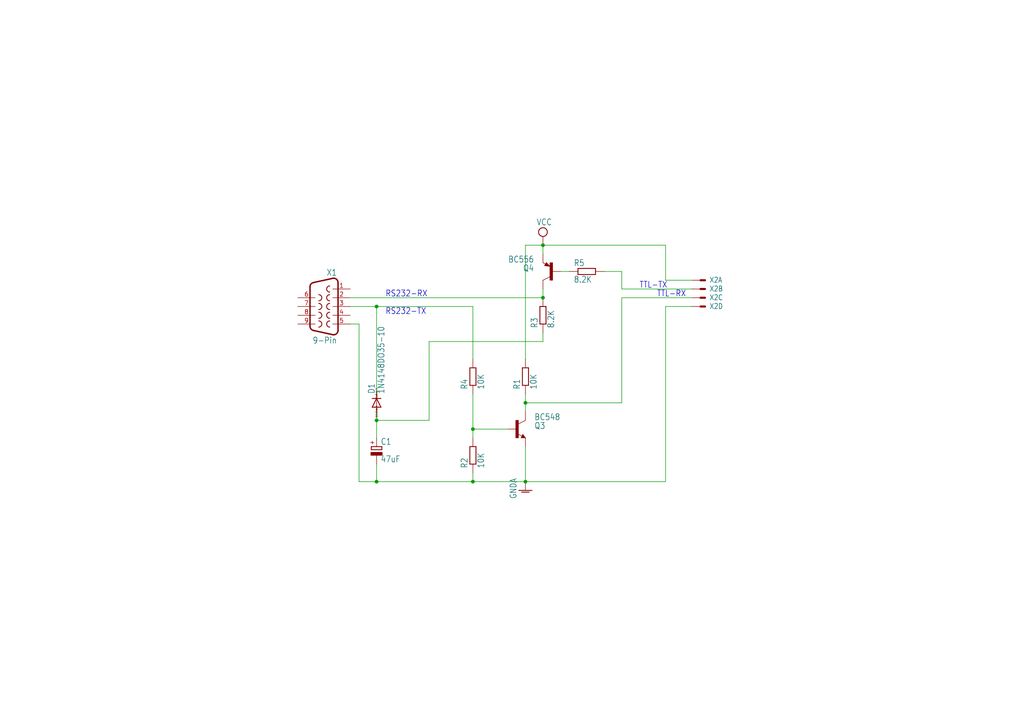
<source format=kicad_sch>
(kicad_sch (version 20231120) (generator "eeschema") (generator_version "8.0")
  (paper "A4")
  (lib_symbols
    (symbol "ttl2rs232-eagle-import:1N4148DO35-10"
      (property "Reference" "D" (at 2.54 0.4826 0))
      (property "Value" "1N4148DO35-10" (at 2.54 -2.3114 0))
      (symbol "1N4148DO35-10_1_0"
        (polyline (pts (xy -1.27 -1.27) (xy 1.27 0)) (stroke (width 0.254)))
        (polyline (pts (xy -1.27 1.27) (xy -1.27 -1.27)) (stroke (width 0.254)))
        (polyline (pts (xy 1.27 0) (xy -1.27 1.27)) (stroke (width 0.254)))
        (polyline (pts (xy 1.27 0) (xy 1.27 -1.27)) (stroke (width 0.254)))
        (polyline (pts (xy 1.27 1.27) (xy 1.27 0)) (stroke (width 0.254)))
        (text "SpiceOrder 1" (at -2.54 0 0) (effects (font (size 0.4064 0.3454))))
        (text "SpiceOrder 2" (at 2.54 0 0) (effects (font (size 0.4064 0.3454))))
        (pin passive line (at -2.54 0 0) (length 2.54) (name "A") (number "A"))
        (pin passive line (at 2.54 0 180) (length 2.54) (name "C") (number "C"))
      )
    )
    (symbol "ttl2rs232-eagle-import:22-23-2041"
      (property "Reference" "X" (at 2.54 -0.762 0))
      (symbol "22-23-2041_1_0"
        (polyline (pts (xy 1.27 0) (xy 0 0)) (stroke (width 0.6096)))
        (pin passive line (at -2.54 0 0) (length 2.54) (name "S") (number "1"))
      )
      (symbol "22-23-2041_2_0"
        (polyline (pts (xy 1.27 0) (xy 0 0)) (stroke (width 0.6096)))
        (pin passive line (at -2.54 0 0) (length 2.54) (name "S") (number "2"))
      )
      (symbol "22-23-2041_3_0"
        (polyline (pts (xy 1.27 0) (xy 0 0)) (stroke (width 0.6096)))
        (pin passive line (at -2.54 0 0) (length 2.54) (name "S") (number "3"))
      )
      (symbol "22-23-2041_4_0"
        (polyline (pts (xy 1.27 0) (xy 0 0)) (stroke (width 0.6096)))
        (pin passive line (at -2.54 0 0) (length 2.54) (name "S") (number "4"))
      )
    )
    (symbol "ttl2rs232-eagle-import:BC548"
      (property "Reference" "Q" (at -10.16 7.62 0))
      (property "Value" "BC548" (at -10.16 5.08 0))
      (symbol "BC548_1_0"
        (rectangle (start -0.254 -2.54) (end 0.508 2.54) (fill (type outline)))
        (polyline (pts (xy 1.27 -2.54) (xy 1.778 -1.524)) (stroke (width 0.1524)))
        (polyline (pts (xy 1.524 -2.413) (xy 2.286 -2.413)) (stroke (width 0.254)))
        (polyline (pts (xy 1.524 -2.286) (xy 1.905 -2.286)) (stroke (width 0.254)))
        (polyline (pts (xy 1.54 -2.04) (xy 0.308 -1.424)) (stroke (width 0.1524)))
        (polyline (pts (xy 1.778 -1.778) (xy 1.524 -2.286)) (stroke (width 0.254)))
        (polyline (pts (xy 1.778 -1.524) (xy 2.54 -2.54)) (stroke (width 0.1524)))
        (polyline (pts (xy 1.905 -2.286) (xy 1.778 -2.032)) (stroke (width 0.254)))
        (polyline (pts (xy 2.286 -2.413) (xy 1.778 -1.778)) (stroke (width 0.254)))
        (polyline (pts (xy 2.54 -2.54) (xy 1.27 -2.54)) (stroke (width 0.1524)))
        (polyline (pts (xy 2.54 2.54) (xy 0.508 1.524)) (stroke (width 0.1524)))
        (pin passive line (at -2.54 0 0) (length 2.54) (name "B") (number "B"))
        (pin passive line (at 2.54 5.08 270) (length 2.54) (name "C") (number "C"))
        (pin passive line (at 2.54 -5.08 90) (length 2.54) (name "E") (number "E"))
      )
    )
    (symbol "ttl2rs232-eagle-import:BC556"
      (property "Reference" "Q" (at -10.16 7.62 0))
      (property "Value" "BC556" (at -10.16 5.08 0))
      (symbol "BC556_1_0"
        (rectangle (start -0.254 -2.54) (end 0.508 2.54) (fill (type outline)))
        (polyline (pts (xy 0.516 1.478) (xy 2.086 1.678)) (stroke (width 0.1524)))
        (polyline (pts (xy 0.762 1.651) (xy 1.778 1.778)) (stroke (width 0.254)))
        (polyline (pts (xy 1.143 1.905) (xy 1.524 1.905)) (stroke (width 0.254)))
        (polyline (pts (xy 1.524 2.159) (xy 1.143 1.905)) (stroke (width 0.254)))
        (polyline (pts (xy 1.524 2.413) (xy 0.762 1.651)) (stroke (width 0.254)))
        (polyline (pts (xy 1.578 2.594) (xy 0.516 1.478)) (stroke (width 0.1524)))
        (polyline (pts (xy 1.778 1.778) (xy 1.524 2.159)) (stroke (width 0.254)))
        (polyline (pts (xy 1.905 1.778) (xy 1.524 2.413)) (stroke (width 0.254)))
        (polyline (pts (xy 2.086 1.678) (xy 1.578 2.594)) (stroke (width 0.1524)))
        (polyline (pts (xy 2.54 -2.54) (xy 0.508 -1.524)) (stroke (width 0.1524)))
        (polyline (pts (xy 2.54 2.54) (xy 1.808 2.124)) (stroke (width 0.1524)))
        (pin passive line (at -2.54 0 0) (length 2.54) (name "B") (number "B"))
        (pin passive line (at 2.54 -5.08 90) (length 2.54) (name "C") (number "C"))
        (pin passive line (at 2.54 5.08 270) (length 2.54) (name "E") (number "E"))
      )
    )
    (symbol "ttl2rs232-eagle-import:CPOL-EUE2.5-7"
      (property "Reference" "C" (at 1.143 0.4826 0))
      (property "Value" "CPOL-EUE2.5-7" (at 1.143 -4.5974 0))
      (symbol "CPOL-EUE2.5-7_1_0"
        (rectangle (start -1.651 -2.54) (end 1.651 -1.651) (fill (type outline)))
        (polyline (pts (xy -1.524 -0.889) (xy 1.524 -0.889)) (stroke (width 0.254)))
        (polyline (pts (xy -1.524 0) (xy -1.524 -0.889)) (stroke (width 0.254)))
        (polyline (pts (xy -1.524 0) (xy 1.524 0)) (stroke (width 0.254)))
        (polyline (pts (xy 1.524 -0.889) (xy 1.524 0)) (stroke (width 0.254)))
        (text "+" (at -0.5842 0.4064 900) (effects (font (size 1.27 1.0795)) (justify left bottom)))
        (pin passive line (at 0 2.54 270) (length 2.54) (name "+") (number "+"))
        (pin passive line (at 0 -5.08 90) (length 2.54) (name "-") (number "-"))
      )
    )
    (symbol "ttl2rs232-eagle-import:F09H"
      (property "Reference" "X" (at -3.81 8.89 0))
      (property "Value" "F09H" (at -3.81 -10.795 0))
      (symbol "F09H_1_0"
        (arc (start -4.064 -6.9312) (mid -3.5903 -7.9205) (end -2.5226 -8.1719) (stroke (width 0.4064)))
        (arc (start -2.5226 8.172) (mid -3.5903 7.9205) (end -4.064 6.9312) (stroke (width 0.4064)))
        (arc (start -1.651 -5.969) (mid -0.7658 -5.08) (end -1.651 -4.191) (stroke (width 0.254)))
        (arc (start -1.651 -3.429) (mid -0.7658 -2.54) (end -1.651 -1.651) (stroke (width 0.254)))
        (arc (start -1.651 -0.889) (mid -0.7658 0) (end -1.651 0.889) (stroke (width 0.254)))
        (arc (start -1.651 1.651) (mid -0.7658 2.54) (end -1.651 3.429) (stroke (width 0.254)))
        (arc (start -1.651 4.191) (mid -0.7658 5.08) (end -1.651 5.969) (stroke (width 0.254)))
        (polyline (pts (xy -4.064 -6.9312) (xy -4.064 6.9312)) (stroke (width 0.4064)))
        (polyline (pts (xy -2.5226 -8.1718) (xy 3.0654 -6.9494)) (stroke (width 0.4064)))
        (polyline (pts (xy -2.5226 8.1718) (xy 3.0654 6.9494)) (stroke (width 0.4064)))
        (polyline (pts (xy 4.064 -5.7088) (xy 4.064 5.7088)) (stroke (width 0.4064)))
        (arc (start 1.524 -4.191) (mid 0.6388 -5.08) (end 1.524 -5.969) (stroke (width 0.254)))
        (arc (start 1.524 -1.651) (mid 0.6388 -2.54) (end 1.524 -3.429) (stroke (width 0.254)))
        (arc (start 1.524 0.889) (mid 0.6388 0) (end 1.524 -0.889) (stroke (width 0.254)))
        (arc (start 1.524 3.429) (mid 0.6388 2.54) (end 1.524 1.651) (stroke (width 0.254)))
        (arc (start 3.0654 -6.9494) (mid 3.7833 -6.5051) (end 4.064 -5.7088) (stroke (width 0.4064)))
        (arc (start 4.0642 5.7088) (mid 3.7836 6.5053) (end 3.0654 6.9495) (stroke (width 0.4064)))
        (pin passive line (at -7.62 5.08 0) (length 5.08) (name "1") (number "1"))
        (pin passive line (at -7.62 2.54 0) (length 5.08) (name "2") (number "2"))
        (pin passive line (at -7.62 0 0) (length 5.08) (name "3") (number "3"))
        (pin passive line (at -7.62 -2.54 0) (length 5.08) (name "4") (number "4"))
        (pin passive line (at -7.62 -5.08 0) (length 5.08) (name "5") (number "5"))
        (pin passive line (at 7.62 2.54 180) (length 5.08) (name "6") (number "6"))
        (pin passive line (at 7.62 0 180) (length 5.08) (name "7") (number "7"))
        (pin passive line (at 7.62 -2.54 180) (length 5.08) (name "8") (number "8"))
        (pin passive line (at 7.62 -5.08 180) (length 5.08) (name "9") (number "9"))
      )
    )
    (symbol "ttl2rs232-eagle-import:GNDA" (power)
      (property "Value" "GNDA" (at -2.54 -2.54 90))
      (symbol "GNDA_1_0"
        (polyline (pts (xy -1.905 0) (xy 1.905 0)) (stroke (width 0.254)))
        (polyline (pts (xy -1.0922 -0.508) (xy 1.0922 -0.508)) (stroke (width 0.254)))
        (pin power_in line (at 0 2.54 270) (length 2.54) (name "GNDA") (number "1"))
      )
    )
    (symbol "ttl2rs232-eagle-import:R-EU_0207/10"
      (property "Reference" "R" (at -3.81 1.4986 0))
      (property "Value" "R-EU_0207{slash}10" (at -3.81 -3.302 0))
      (symbol "R-EU_0207/10_1_0"
        (polyline (pts (xy -2.54 -0.889) (xy -2.54 0.889)) (stroke (width 0.254)))
        (polyline (pts (xy -2.54 -0.889) (xy 2.54 -0.889)) (stroke (width 0.254)))
        (polyline (pts (xy 2.54 -0.889) (xy 2.54 0.889)) (stroke (width 0.254)))
        (polyline (pts (xy 2.54 0.889) (xy -2.54 0.889)) (stroke (width 0.254)))
        (pin passive line (at -5.08 0 0) (length 2.54) (name "1") (number "1"))
        (pin passive line (at 5.08 0 180) (length 2.54) (name "2") (number "2"))
      )
    )
    (symbol "ttl2rs232-eagle-import:VCC" (power)
      (property "Value" "VCC" (at -1.905 3.175 0))
      (symbol "VCC_1_0"
        (circle (center 0 1.27) (radius 1.27) (stroke (width 0.254)))
        (pin power_in line (at 0 -2.54 90) (length 2.54) (name "VCC") (number "1"))
      )
    )
  )
  (junction (at 137.16 124.46))
  (junction (at 152.4 139.7))
  (junction (at 152.4 116.84))
  (junction (at 109.22 139.7))
  (junction (at 157.48 71.12))
  (junction (at 157.48 86.36))
  (junction (at 137.16 139.7))
  (junction (at 109.22 121.92))
  (junction (at 109.22 88.9))
  (wire (pts (xy 109.22 121.92) (xy 109.22 127)))
  (wire (pts (xy 124.46 99.06) (xy 124.46 121.92)))
  (wire (pts (xy 180.34 116.84) (xy 180.34 86.36)))
  (wire (pts (xy 109.22 119.38) (xy 109.22 121.92)))
  (wire (pts (xy 152.4 139.7) (xy 193.04 139.7)))
  (wire (pts (xy 152.4 129.54) (xy 152.4 139.7)))
  (wire (pts (xy 175.26 78.74) (xy 180.34 78.74)))
  (wire (pts (xy 193.04 139.7) (xy 193.04 88.9)))
  (wire (pts (xy 137.16 139.7) (xy 152.4 139.7)))
  (wire (pts (xy 109.22 88.9) (xy 137.16 88.9)))
  (wire (pts (xy 101.6 86.36) (xy 157.48 86.36)))
  (wire (pts (xy 193.04 81.28) (xy 200.66 81.28)))
  (wire (pts (xy 104.14 93.98) (xy 104.14 139.7)))
  (wire (pts (xy 137.16 127) (xy 137.16 124.46)))
  (wire (pts (xy 162.56 78.74) (xy 165.1 78.74)))
  (wire (pts (xy 109.22 134.62) (xy 109.22 139.7)))
  (wire (pts (xy 157.48 71.12) (xy 193.04 71.12)))
  (wire (pts (xy 157.48 71.12) (xy 157.48 73.66)))
  (wire (pts (xy 180.34 83.82) (xy 200.66 83.82)))
  (wire (pts (xy 104.14 139.7) (xy 109.22 139.7)))
  (wire (pts (xy 137.16 114.3) (xy 137.16 124.46)))
  (wire (pts (xy 152.4 116.84) (xy 152.4 119.38)))
  (wire (pts (xy 157.48 83.82) (xy 157.48 86.36)))
  (wire (pts (xy 124.46 121.92) (xy 109.22 121.92)))
  (wire (pts (xy 137.16 139.7) (xy 137.16 137.16)))
  (wire (pts (xy 180.34 86.36) (xy 200.66 86.36)))
  (wire (pts (xy 193.04 71.12) (xy 193.04 81.28)))
  (wire (pts (xy 101.6 93.98) (xy 104.14 93.98)))
  (wire (pts (xy 152.4 104.14) (xy 152.4 71.12)))
  (wire (pts (xy 193.04 88.9) (xy 200.66 88.9)))
  (wire (pts (xy 180.34 116.84) (xy 152.4 116.84)))
  (wire (pts (xy 180.34 78.74) (xy 180.34 83.82)))
  (wire (pts (xy 109.22 114.3) (xy 109.22 88.9)))
  (wire (pts (xy 157.48 96.52) (xy 157.48 99.06)))
  (wire (pts (xy 152.4 114.3) (xy 152.4 116.84)))
  (wire (pts (xy 157.48 99.06) (xy 124.46 99.06)))
  (wire (pts (xy 152.4 71.12) (xy 157.48 71.12)))
  (wire (pts (xy 137.16 104.14) (xy 137.16 88.9)))
  (wire (pts (xy 101.6 88.9) (xy 109.22 88.9)))
  (wire (pts (xy 137.16 124.46) (xy 147.32 124.46)))
  (wire (pts (xy 109.22 139.7) (xy 137.16 139.7)))
  (text "TTL-RX" (at 190.5 86.36 0) (effects (font (size 1.778 1.5113)) (justify left bottom)))
  (text "RS232-TX" (at 111.76 91.44 0) (effects (font (size 1.778 1.5113)) (justify left bottom)))
  (text "RS232-RX" (at 111.76 86.36 0) (effects (font (size 1.778 1.5113)) (justify left bottom)))
  (text "TTL-TX" (at 185.42 83.82 0) (effects (font (size 1.778 1.5113)) (justify left bottom)))
  (symbol (lib_id "ttl2rs232-eagle-import:22-23-2041") (at 203.2 81.28 0) (unit 1)
    (property "Reference" "X2" (at 205.74 82.042 0) (effects (font (size 1.524 1.2954)) (justify left bottom)))
    (property "Value" "22-23-2041" (effects (hide yes)))
    (property "Footprint" "ttl2rs232:22-23-2041" (effects (hide yes)))
  )
  (symbol (lib_id "ttl2rs232-eagle-import:BC548") (at 149.86 124.46 0) (unit 1)
    (property "Reference" "Q3" (at 154.94 124.46 0) (effects (font (size 1.778 1.5113)) (justify left bottom)))
    (property "Value" "BC548" (at 154.94 121.92 0) (effects (font (size 1.778 1.5113)) (justify left bottom)))
    (property "Footprint" "ttl2rs232:TO92-EBC" (effects (hide yes)))
  )
  (symbol (lib_id "ttl2rs232-eagle-import:BC556") (at 160.02 78.74 0) (mirror y) (unit 1)
    (property "Reference" "Q4" (at 154.94 78.74 0) (effects (font (size 1.778 1.5113)) (justify left bottom)))
    (property "Value" "BC556" (at 154.94 76.2 0) (effects (font (size 1.778 1.5113)) (justify left bottom)))
    (property "Footprint" "ttl2rs232:TO92-EBC" (effects (hide yes)))
  )
  (symbol (lib_id "ttl2rs232-eagle-import:R-EU_0207/10") (at 157.48 91.44 90) (unit 1)
    (property "Reference" "R3" (at 155.9814 95.25 0) (effects (font (size 1.778 1.5113)) (justify left bottom)))
    (property "Value" "8.2K" (at 160.782 95.25 0) (effects (font (size 1.778 1.5113)) (justify left bottom)))
    (property "Footprint" "ttl2rs232:0207_10" (effects (hide yes)))
  )
  (symbol (lib_id "ttl2rs232-eagle-import:1N4148DO35-10") (at 109.22 116.84 90) (unit 1)
    (property "Reference" "D1" (at 108.7374 114.3 0) (effects (font (size 1.778 1.5113)) (justify left bottom)))
    (property "Value" "1N4148DO35-10" (at 111.5314 114.3 0) (effects (font (size 1.778 1.5113)) (justify left bottom)))
    (property "Footprint" "ttl2rs232:DO35-10" (effects (hide yes)))
  )
  (symbol (lib_id "ttl2rs232-eagle-import:22-23-2041") (at 203.2 83.82 0) (unit 2)
    (property "Reference" "X2" (at 205.74 84.582 0) (effects (font (size 1.524 1.2954)) (justify left bottom)))
    (property "Value" "22-23-2041" (effects (hide yes)))
    (property "Footprint" "ttl2rs232:22-23-2041" (effects (hide yes)))
  )
  (symbol (lib_id "ttl2rs232-eagle-import:VCC") (at 157.48 68.58 0) (unit 1)
    (property "Reference" "#SUPPLY5" (effects (hide yes)))
    (property "Value" "VCC" (at 155.575 65.405 0) (effects (font (size 1.778 1.5113)) (justify left bottom)))
    (property "Footprint" "ttl2rs232:" (effects (hide yes)))
  )
  (symbol (lib_id "ttl2rs232-eagle-import:R-EU_0207/10") (at 137.16 132.08 90) (unit 1)
    (property "Reference" "R2" (at 135.6614 135.89 0) (effects (font (size 1.778 1.5113)) (justify left bottom)))
    (property "Value" "10K" (at 140.462 135.89 0) (effects (font (size 1.778 1.5113)) (justify left bottom)))
    (property "Footprint" "ttl2rs232:0207_10" (effects (hide yes)))
  )
  (symbol (lib_id "ttl2rs232-eagle-import:22-23-2041") (at 203.2 86.36 0) (unit 3)
    (property "Reference" "X2" (at 205.74 87.122 0) (effects (font (size 1.524 1.2954)) (justify left bottom)))
    (property "Value" "22-23-2041" (effects (hide yes)))
    (property "Footprint" "ttl2rs232:22-23-2041" (effects (hide yes)))
  )
  (symbol (lib_id "ttl2rs232-eagle-import:F09H") (at 93.98 88.9 0) (mirror y) (unit 1)
    (property "Reference" "X1" (at 97.79 80.01 0) (effects (font (size 1.778 1.5113)) (justify left bottom)))
    (property "Value" "9-Pin" (at 97.79 99.695 0) (effects (font (size 1.778 1.5113)) (justify left bottom)))
    (property "Footprint" "ttl2rs232:F09H" (effects (hide yes)))
  )
  (symbol (lib_id "ttl2rs232-eagle-import:CPOL-EUE2.5-7") (at 109.22 129.54 0) (unit 1)
    (property "Reference" "C1" (at 110.363 129.0574 0) (effects (font (size 1.778 1.5113)) (justify left bottom)))
    (property "Value" "47uF" (at 110.363 134.1374 0) (effects (font (size 1.778 1.5113)) (justify left bottom)))
    (property "Footprint" "ttl2rs232:E2,5-7" (effects (hide yes)))
  )
  (symbol (lib_id "ttl2rs232-eagle-import:R-EU_0207/10") (at 137.16 109.22 90) (unit 1)
    (property "Reference" "R4" (at 135.6614 113.03 0) (effects (font (size 1.778 1.5113)) (justify left bottom)))
    (property "Value" "10K" (at 140.462 113.03 0) (effects (font (size 1.778 1.5113)) (justify left bottom)))
    (property "Footprint" "ttl2rs232:0207_10" (effects (hide yes)))
  )
  (symbol (lib_id "ttl2rs232-eagle-import:R-EU_0207/10") (at 170.18 78.74 0) (unit 1)
    (property "Reference" "R5" (at 166.37 77.2414 0) (effects (font (size 1.778 1.5113)) (justify left bottom)))
    (property "Value" "8.2K" (at 166.37 82.042 0) (effects (font (size 1.778 1.5113)) (justify left bottom)))
    (property "Footprint" "ttl2rs232:0207_10" (effects (hide yes)))
  )
  (symbol (lib_id "ttl2rs232-eagle-import:22-23-2041") (at 203.2 88.9 0) (unit 4)
    (property "Reference" "X2" (at 205.74 89.662 0) (effects (font (size 1.524 1.2954)) (justify left bottom)))
    (property "Value" "22-23-2041" (effects (hide yes)))
    (property "Footprint" "ttl2rs232:22-23-2041" (effects (hide yes)))
  )
  (symbol (lib_id "ttl2rs232-eagle-import:R-EU_0207/10") (at 152.4 109.22 90) (unit 1)
    (property "Reference" "R1" (at 150.9014 113.03 0) (effects (font (size 1.778 1.5113)) (justify left bottom)))
    (property "Value" "10K" (at 155.702 113.03 0) (effects (font (size 1.778 1.5113)) (justify left bottom)))
    (property "Footprint" "ttl2rs232:0207_10" (effects (hide yes)))
  )
  (symbol (lib_id "ttl2rs232-eagle-import:GNDA") (at 152.4 142.24 0) (unit 1)
    (property "Reference" "#GND2" (effects (hide yes)))
    (property "Value" "GNDA" (at 149.86 144.78 90) (effects (font (size 1.778 1.5113)) (justify left bottom)))
    (property "Footprint" "ttl2rs232:" (effects (hide yes)))
  )
)
</source>
